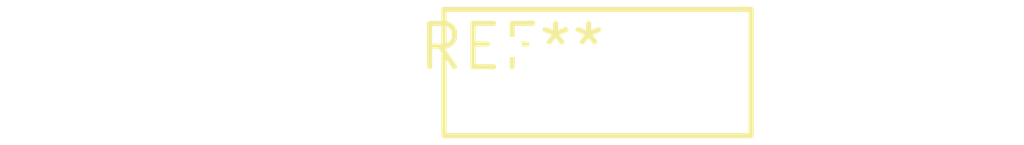
<source format=kicad_pcb>
(kicad_pcb (version 20240108) (generator pcbnew)
  (layers (0 "F.Cu" signal) (31 "B.Cu" signal) (34 "B.Paste" user) (35 "F.Paste" user) (36 "B.SilkS" user "B.Silkscreen") (37 "F.SilkS" user "F.Silkscreen") (38 "B.Mask" user) (39 "F.Mask" user) (44 "Edge.Cuts" user))
  (net 0 "")
  (footprint "RV_Disc_D9mm_W3.7mm_P5mm" (layer "F.Cu") (at 0 0)
    (property "Reference" "REF**")
    (property "Value" "RV_Disc_D9mm_W3.7mm_P5mm")
    (fp_line (start -2 -1.1) (end -2 2.6) (layer "F.SilkS") (stroke (width 0.15)))
    (fp_line (start -2 -1.1) (end 7 -1.1) (layer "F.SilkS") (stroke (width 0.15)))
    (fp_line (start -2 2.6) (end 7 2.6) (layer "F.SilkS") (stroke (width 0.15)))
    (fp_line (start 7 -1.1) (end 7 2.6) (layer "F.SilkS") (stroke (width 0.15)))
    (pad "1" thru_hole circle (at 0 0) (size 1.6 1.6) (drill 0.6) (layers *.Cu *.Mask) (remove_unused_layers))
    (pad "2" thru_hole circle (at 5 1.5) (size 1.6 1.6) (drill 0.6) (layers *.Cu *.Mask) (remove_unused_layers))
  )
)
</source>
